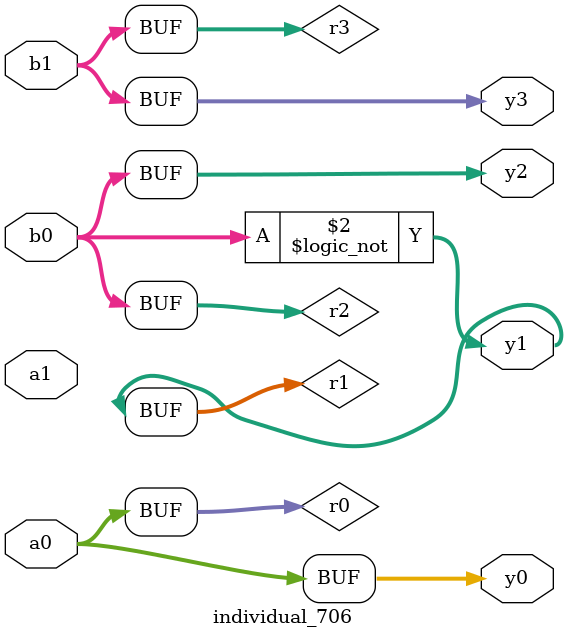
<source format=sv>
module individual_706(input logic [15:0] a1, input logic [15:0] a0, input logic [15:0] b1, input logic [15:0] b0, output logic [15:0] y3, output logic [15:0] y2, output logic [15:0] y1, output logic [15:0] y0);
logic [15:0] r0, r1, r2, r3;  always@(*) begin 	 r0 = a0; r1 = a1; r2 = b0; r3 = b1;  	 r1 = ! r2 ; 	 y3 = r3; y2 = r2; y1 = r1; y0 = r0; end
endmodule
</source>
